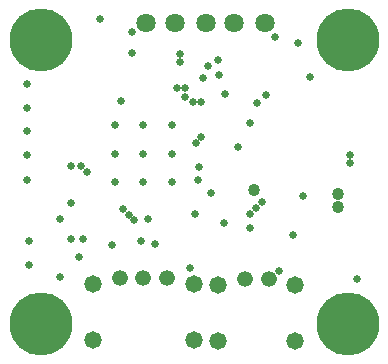
<source format=gbr>
G04 EAGLE Gerber RS-274X export*
G75*
%MOMM*%
%FSLAX34Y34*%
%LPD*%
%INSoldermask Bottom*%
%IPPOS*%
%AMOC8*
5,1,8,0,0,1.08239X$1,22.5*%
G01*
%ADD10C,1.327000*%
%ADD11C,1.477000*%
%ADD12C,5.327000*%
%ADD13C,0.680200*%
%ADD14C,1.027000*%
%ADD15C,1.627000*%


D10*
X117000Y69000D03*
X137000Y69000D03*
X97000Y69000D03*
D11*
X159500Y64000D03*
X74500Y64000D03*
X74500Y16500D03*
X159500Y16500D03*
D10*
X203000Y68000D03*
X223000Y68000D03*
D11*
X245500Y63000D03*
X180500Y63000D03*
X180500Y15500D03*
X245500Y15500D03*
D12*
X30000Y30000D03*
X290000Y30000D03*
X290000Y270000D03*
X30000Y270000D03*
D13*
X181000Y241000D03*
X248000Y268000D03*
X258000Y239000D03*
X18000Y152000D03*
X18000Y173000D03*
X18000Y193000D03*
X18000Y213000D03*
X20000Y80000D03*
X90000Y97000D03*
X20000Y100000D03*
X185000Y115000D03*
X207000Y111000D03*
D14*
X282000Y140000D03*
D13*
X298000Y68000D03*
X232000Y75000D03*
X141000Y150000D03*
X141000Y174000D03*
X141000Y198000D03*
X117000Y198000D03*
X117000Y174000D03*
X117000Y150000D03*
X93000Y150000D03*
X93000Y174000D03*
X93000Y198000D03*
X186000Y225000D03*
X164000Y163000D03*
X163000Y152000D03*
X121000Y119000D03*
X107000Y277000D03*
X107000Y259000D03*
X18000Y233000D03*
X197000Y180000D03*
X213000Y217000D03*
X127000Y98000D03*
X80000Y288000D03*
X221000Y224000D03*
X56000Y164000D03*
X56000Y132000D03*
X161000Y123000D03*
X174000Y141000D03*
D14*
X282000Y129000D03*
D13*
X228000Y273000D03*
D14*
X211000Y143000D03*
D13*
X46000Y70000D03*
X46000Y119000D03*
X252000Y138000D03*
X56000Y102000D03*
X292000Y173401D03*
X166000Y188000D03*
X145000Y230000D03*
X172000Y248000D03*
D15*
X194000Y285000D03*
D13*
X152000Y230000D03*
X167536Y238036D03*
D15*
X170000Y285000D03*
D13*
X165458Y218000D03*
X148000Y258802D03*
D15*
X144000Y285000D03*
D13*
X158656Y218000D03*
X148000Y252000D03*
D15*
X119000Y285000D03*
D13*
X152000Y222000D03*
X180000Y253000D03*
D15*
X220000Y285000D03*
D13*
X66000Y102000D03*
X69000Y159000D03*
X62000Y87000D03*
X64190Y163810D03*
X115000Y100000D03*
X217000Y133000D03*
X99714Y127285D03*
X207381Y123381D03*
X109334Y117666D03*
X212190Y128190D03*
X104524Y122476D03*
X207000Y200000D03*
X98000Y219000D03*
X292000Y166599D03*
X161190Y183190D03*
X244000Y105000D03*
X156000Y77000D03*
M02*

</source>
